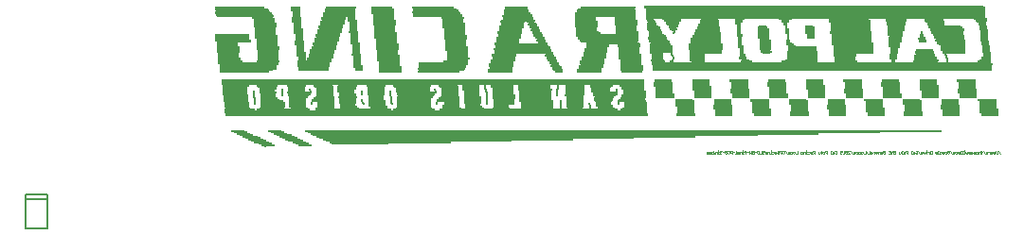
<source format=gbo>
G75*
%MOIN*%
%OFA0B0*%
%FSLAX24Y24*%
%IPPOS*%
%LPD*%
%AMOC8*
5,1,8,0,0,1.08239X$1,22.5*
%
%ADD10R,0.0100X0.0050*%
%ADD11R,0.0500X0.0050*%
%ADD12R,0.2000X0.0050*%
%ADD13R,0.4300X0.0050*%
%ADD14R,0.0550X0.0050*%
%ADD15R,0.6550X0.0050*%
%ADD16R,0.8800X0.0050*%
%ADD17R,1.1100X0.0050*%
%ADD18R,1.3350X0.0050*%
%ADD19R,1.5650X0.0050*%
%ADD20R,1.7900X0.0050*%
%ADD21R,2.0150X0.0050*%
%ADD22R,2.2400X0.0050*%
%ADD23R,0.0600X0.0050*%
%ADD24R,0.0650X0.0050*%
%ADD25R,1.4900X0.0050*%
%ADD26R,1.4850X0.0050*%
%ADD27R,0.0950X0.0050*%
%ADD28R,0.6250X0.0050*%
%ADD29R,0.1500X0.0050*%
%ADD30R,0.2700X0.0050*%
%ADD31R,0.1900X0.0050*%
%ADD32R,0.1050X0.0050*%
%ADD33R,0.0850X0.0050*%
%ADD34R,0.1150X0.0050*%
%ADD35R,0.1300X0.0050*%
%ADD36R,0.0900X0.0050*%
%ADD37R,0.0800X0.0050*%
%ADD38R,0.1200X0.0050*%
%ADD39R,0.0050X0.0050*%
%ADD40R,0.0750X0.0050*%
%ADD41R,0.1000X0.0050*%
%ADD42R,0.0700X0.0050*%
%ADD43R,0.1250X0.0050*%
%ADD44R,0.1350X0.0050*%
%ADD45R,0.1400X0.0050*%
%ADD46R,0.0300X0.0050*%
%ADD47R,0.1450X0.0050*%
%ADD48R,0.1750X0.0050*%
%ADD49R,1.1950X0.0050*%
%ADD50R,0.0350X0.0050*%
%ADD51R,0.1600X0.0050*%
%ADD52R,0.1650X0.0050*%
%ADD53R,0.1700X0.0050*%
%ADD54R,0.1100X0.0050*%
%ADD55R,0.2050X0.0050*%
%ADD56R,1.2000X0.0050*%
%ADD57R,0.2100X0.0050*%
%ADD58R,0.2150X0.0050*%
%ADD59R,0.0150X0.0050*%
%ADD60R,0.0400X0.0050*%
%ADD61R,0.0450X0.0050*%
%ADD62R,0.0250X0.0050*%
%ADD63R,0.0200X0.0050*%
%ADD64R,0.1950X0.0050*%
%ADD65R,0.1850X0.0050*%
%ADD66R,0.2200X0.0050*%
%ADD67R,0.1550X0.0050*%
%ADD68C,0.0010*%
%ADD69C,0.0050*%
D10*
X014075Y015469D03*
X013725Y016969D03*
X013725Y017019D03*
X013725Y017069D03*
X013725Y017119D03*
X013725Y017169D03*
X013675Y017269D03*
X013675Y017319D03*
X013675Y017369D03*
X013675Y017419D03*
X014675Y017419D03*
X014675Y017369D03*
X014675Y017319D03*
X014675Y017269D03*
X015675Y017419D03*
X015725Y017019D03*
X015725Y016969D03*
X017475Y017069D03*
X017525Y017019D03*
X017475Y017319D03*
X017475Y017369D03*
X017475Y017419D03*
X018475Y017419D03*
X018475Y017369D03*
X018475Y017319D03*
X018525Y017219D03*
X018525Y017169D03*
X018525Y017119D03*
X018525Y017069D03*
X018525Y017019D03*
X020075Y017419D03*
X020125Y017019D03*
X020125Y016969D03*
X021875Y017069D03*
X021875Y017119D03*
X021875Y017169D03*
X021875Y017219D03*
X021875Y017269D03*
X021875Y017319D03*
X021875Y017369D03*
X021825Y017519D03*
X021825Y017569D03*
X021825Y017619D03*
X024375Y017619D03*
X024375Y017569D03*
X024375Y017519D03*
X024475Y016969D03*
X024475Y016919D03*
X024475Y016869D03*
X024475Y016819D03*
X025525Y016819D03*
X025525Y016869D03*
X025525Y016919D03*
X026525Y016969D03*
X026525Y017019D03*
X028425Y018519D03*
X028425Y018669D03*
X028375Y018769D03*
X028475Y019519D03*
X032425Y019669D03*
X032425Y019719D03*
X032475Y019419D03*
X032475Y019369D03*
X032475Y019319D03*
X032475Y019269D03*
X038025Y018719D03*
D11*
X039375Y018469D03*
X036275Y019369D03*
X029325Y018469D03*
X027925Y018469D03*
X027825Y019469D03*
X027825Y019519D03*
X027775Y019569D03*
X028425Y019819D03*
X028425Y019869D03*
X015475Y015519D03*
X015375Y015569D03*
X015275Y015619D03*
X014625Y015919D03*
X014525Y015969D03*
X014425Y016019D03*
X014175Y015519D03*
X014075Y015569D03*
X013425Y015869D03*
X013325Y015919D03*
X013225Y015969D03*
X013125Y016019D03*
D12*
X013475Y018219D03*
X013375Y020069D03*
X013325Y020169D03*
X017425Y015569D03*
X023125Y018919D03*
D13*
X018475Y015619D03*
D14*
X018000Y017119D03*
X018000Y017169D03*
X018000Y017219D03*
X018000Y017269D03*
X017000Y016969D03*
X017000Y016919D03*
X016950Y017369D03*
X015050Y015719D03*
X015150Y015669D03*
X014950Y015769D03*
X014850Y015819D03*
X014750Y015869D03*
X013950Y015619D03*
X013850Y015669D03*
X013750Y015719D03*
X013650Y015769D03*
X013550Y015819D03*
X014200Y017219D03*
X014200Y017269D03*
X014200Y017319D03*
X014150Y017419D03*
X014150Y017469D03*
X020650Y017019D03*
X020650Y016969D03*
X021400Y016969D03*
X021400Y016919D03*
X021350Y017269D03*
X021350Y017319D03*
X021350Y017369D03*
X021350Y017419D03*
X022400Y016919D03*
X022400Y016869D03*
X025000Y016819D03*
X026000Y016969D03*
X026000Y017019D03*
X026050Y016869D03*
X027850Y019419D03*
X029300Y018719D03*
X029300Y018669D03*
X029300Y018619D03*
X029300Y018569D03*
X029300Y018519D03*
X036250Y019419D03*
X036250Y019469D03*
X036250Y019519D03*
D15*
X019500Y015669D03*
D16*
X020525Y015719D03*
D17*
X021525Y015769D03*
D18*
X022550Y015819D03*
D19*
X023600Y015869D03*
D20*
X024625Y015919D03*
D21*
X025650Y015969D03*
D22*
X026675Y016019D03*
D23*
X026075Y016819D03*
X026025Y016919D03*
X025975Y017069D03*
X024975Y017069D03*
X024975Y017019D03*
X024975Y016969D03*
X024975Y016919D03*
X024975Y016869D03*
X024975Y017119D03*
X024975Y017169D03*
X024975Y017219D03*
X022375Y016819D03*
X021425Y016869D03*
X021375Y017019D03*
X021375Y017069D03*
X021375Y017119D03*
X021375Y017169D03*
X021375Y017219D03*
X021325Y017469D03*
X021325Y017519D03*
X021325Y017569D03*
X021325Y017619D03*
X020575Y017519D03*
X020575Y017469D03*
X020575Y017419D03*
X020575Y017369D03*
X020575Y017319D03*
X020575Y017269D03*
X020625Y016919D03*
X020625Y016869D03*
X018075Y016869D03*
X018075Y016819D03*
X018025Y016919D03*
X018025Y016969D03*
X018025Y017019D03*
X018025Y017069D03*
X017975Y017319D03*
X017975Y017369D03*
X017975Y017419D03*
X017975Y017469D03*
X017975Y017519D03*
X017975Y017569D03*
X016975Y017319D03*
X016975Y017269D03*
X016975Y017169D03*
X016975Y017119D03*
X016975Y017069D03*
X016975Y017019D03*
X017025Y016869D03*
X016925Y017419D03*
X016925Y017469D03*
X016175Y017469D03*
X016175Y017419D03*
X016175Y017369D03*
X016175Y017319D03*
X016175Y017269D03*
X016175Y017519D03*
X016225Y017019D03*
X016225Y016969D03*
X016225Y016919D03*
X016225Y016869D03*
X015275Y016819D03*
X015225Y016869D03*
X015225Y016919D03*
X015225Y016969D03*
X015225Y017019D03*
X015225Y017069D03*
X015225Y017119D03*
X015225Y017169D03*
X015175Y017419D03*
X015175Y017469D03*
X015175Y017519D03*
X015175Y017569D03*
X014175Y017519D03*
X014175Y017369D03*
X014225Y017169D03*
X027875Y019369D03*
X028425Y019919D03*
X029725Y019969D03*
X029425Y017819D03*
X029425Y017769D03*
X029425Y017719D03*
X029425Y017669D03*
X029425Y017619D03*
X029475Y017419D03*
X029475Y017369D03*
X029475Y017319D03*
X029475Y017269D03*
X029475Y017219D03*
X030175Y017119D03*
X030175Y017069D03*
X030175Y017019D03*
X030175Y016969D03*
X030225Y016769D03*
X030225Y016719D03*
X030225Y016669D03*
X030225Y016619D03*
X030225Y016569D03*
X030825Y017219D03*
X030825Y017269D03*
X030825Y017319D03*
X030775Y017519D03*
X030775Y017569D03*
X030775Y017619D03*
X030775Y017669D03*
X030775Y017719D03*
X031525Y017019D03*
X031525Y016969D03*
X031525Y016919D03*
X031525Y016869D03*
X031525Y016819D03*
X031575Y016619D03*
X031575Y016569D03*
X032125Y017369D03*
X032125Y017419D03*
X032125Y017469D03*
X032125Y017519D03*
X032125Y017569D03*
X032075Y017769D03*
X032075Y017819D03*
X032825Y017119D03*
X032875Y016919D03*
X032875Y016869D03*
X032875Y016819D03*
X032875Y016769D03*
X032875Y016719D03*
X033475Y017219D03*
X033475Y017269D03*
X033475Y017319D03*
X033475Y017369D03*
X033475Y017419D03*
X033475Y017469D03*
X033425Y017669D03*
X033425Y017719D03*
X033425Y017769D03*
X033425Y017819D03*
X034175Y017119D03*
X034175Y017069D03*
X034175Y017019D03*
X034175Y016969D03*
X034225Y016769D03*
X034225Y016719D03*
X034225Y016669D03*
X034225Y016619D03*
X034225Y016569D03*
X034825Y017219D03*
X034825Y017269D03*
X034825Y017319D03*
X034775Y017519D03*
X034775Y017569D03*
X034775Y017619D03*
X034775Y017669D03*
X034775Y017719D03*
X035525Y017069D03*
X035525Y017019D03*
X035525Y016969D03*
X035525Y016919D03*
X035525Y016869D03*
X035575Y016669D03*
X035575Y016619D03*
X035575Y016569D03*
X036125Y017369D03*
X036125Y017419D03*
X036125Y017469D03*
X036125Y017519D03*
X036125Y017569D03*
X036075Y017769D03*
X036075Y017819D03*
X036825Y017119D03*
X036875Y016919D03*
X036875Y016869D03*
X036875Y016819D03*
X036875Y016769D03*
X036875Y016719D03*
X037475Y017219D03*
X037475Y017269D03*
X037475Y017319D03*
X037475Y017369D03*
X037475Y017419D03*
X037425Y017669D03*
X037425Y017719D03*
X037425Y017769D03*
X037425Y017819D03*
X038175Y017119D03*
X038175Y017069D03*
X038175Y017019D03*
X038175Y016969D03*
X038225Y016769D03*
X038225Y016719D03*
X038225Y016669D03*
X038225Y016619D03*
X038225Y016569D03*
X038825Y017219D03*
X038825Y017269D03*
X038825Y017319D03*
X038775Y017519D03*
X038775Y017569D03*
X038775Y017619D03*
X038775Y017669D03*
X038775Y017719D03*
X039525Y017069D03*
X039525Y017019D03*
X039525Y016969D03*
X039525Y016919D03*
X039525Y016869D03*
X039525Y016819D03*
X039575Y016619D03*
X039575Y016569D03*
X037275Y018869D03*
X037675Y019769D03*
X037675Y019819D03*
X036275Y019719D03*
X036275Y019669D03*
X036275Y019619D03*
X036275Y019569D03*
X028825Y017119D03*
X028875Y016869D03*
X028875Y016819D03*
X028875Y016769D03*
X028875Y016719D03*
X028875Y016669D03*
X028125Y017369D03*
X028125Y017419D03*
X028125Y017469D03*
X028125Y017519D03*
X028125Y017569D03*
X028075Y017769D03*
X028075Y017819D03*
D24*
X028100Y017719D03*
X028100Y017669D03*
X028100Y017619D03*
X028150Y017319D03*
X028150Y017269D03*
X028150Y017219D03*
X028850Y017069D03*
X028850Y017019D03*
X028850Y016969D03*
X028850Y016919D03*
X028900Y016619D03*
X028900Y016569D03*
X029450Y017469D03*
X029450Y017519D03*
X029450Y017569D03*
X030200Y016919D03*
X030200Y016869D03*
X030200Y016819D03*
X030800Y017369D03*
X030800Y017419D03*
X030800Y017469D03*
X030750Y017769D03*
X030750Y017819D03*
X031500Y017119D03*
X031500Y017069D03*
X031550Y016769D03*
X031550Y016719D03*
X031550Y016669D03*
X032150Y017219D03*
X032150Y017269D03*
X032150Y017319D03*
X032100Y017619D03*
X032100Y017669D03*
X032100Y017719D03*
X032850Y017069D03*
X032850Y017019D03*
X032850Y016969D03*
X032900Y016669D03*
X032900Y016619D03*
X032900Y016569D03*
X033450Y017519D03*
X033450Y017569D03*
X033450Y017619D03*
X034200Y016919D03*
X034200Y016869D03*
X034200Y016819D03*
X034800Y017369D03*
X034800Y017419D03*
X034800Y017469D03*
X034750Y017769D03*
X034750Y017819D03*
X035500Y017119D03*
X035550Y016819D03*
X035550Y016769D03*
X035550Y016719D03*
X036150Y017219D03*
X036150Y017269D03*
X036150Y017319D03*
X036100Y017619D03*
X036100Y017669D03*
X036100Y017719D03*
X036850Y017069D03*
X036850Y017019D03*
X036850Y016969D03*
X036900Y016669D03*
X036900Y016619D03*
X036900Y016569D03*
X037450Y017469D03*
X037450Y017519D03*
X037450Y017569D03*
X037450Y017619D03*
X038200Y016919D03*
X038200Y016869D03*
X038200Y016819D03*
X038800Y017369D03*
X038800Y017419D03*
X038800Y017469D03*
X038750Y017769D03*
X038750Y017819D03*
X039500Y017119D03*
X039550Y016769D03*
X039550Y016719D03*
X039550Y016669D03*
X037300Y018769D03*
X037300Y018819D03*
X037650Y019869D03*
X036300Y019769D03*
X028400Y019969D03*
X027900Y019319D03*
X027900Y019269D03*
X025900Y017519D03*
X025900Y017469D03*
X025900Y017419D03*
X026000Y017169D03*
X026000Y017119D03*
X024950Y017269D03*
X021450Y016819D03*
X020650Y016819D03*
X020550Y017569D03*
X018000Y017619D03*
X016950Y017569D03*
X016950Y017519D03*
X017000Y017219D03*
X017050Y016819D03*
X016200Y016819D03*
X016150Y017569D03*
X015200Y017619D03*
X015250Y017219D03*
X014250Y017119D03*
X014150Y017569D03*
D25*
X019975Y017719D03*
X019975Y017769D03*
X019975Y017819D03*
X020125Y016619D03*
X020125Y016569D03*
D26*
X020100Y016669D03*
X020100Y016719D03*
X020000Y017669D03*
D27*
X022950Y020169D03*
X027000Y017119D03*
X027050Y016769D03*
X029650Y019419D03*
X029650Y019469D03*
X038250Y019069D03*
X013050Y017619D03*
D28*
X023350Y016769D03*
D29*
X019325Y016769D03*
D30*
X017175Y016769D03*
D31*
X014725Y016769D03*
X013425Y018169D03*
X013275Y020269D03*
X023125Y019019D03*
X026325Y019119D03*
D32*
X029600Y019219D03*
X029600Y019269D03*
X033000Y018819D03*
X033000Y018769D03*
X033000Y018719D03*
X033000Y018669D03*
X038150Y019319D03*
X038150Y019369D03*
X038200Y019219D03*
X022950Y020069D03*
X016750Y020369D03*
X015800Y018219D03*
X015800Y018169D03*
X013200Y016769D03*
D33*
X013100Y016869D03*
X013100Y016919D03*
X013050Y017069D03*
X013050Y017119D03*
X013050Y017169D03*
X013050Y017219D03*
X013050Y017269D03*
X014350Y017019D03*
X014350Y016969D03*
X014350Y016919D03*
X014350Y016869D03*
X015300Y017369D03*
X016000Y018519D03*
X016000Y018569D03*
X016050Y018619D03*
X016050Y018669D03*
X016050Y018719D03*
X016100Y018769D03*
X016100Y018819D03*
X016100Y018869D03*
X016150Y018919D03*
X016150Y018969D03*
X016200Y019069D03*
X016200Y019119D03*
X016250Y019219D03*
X016250Y019269D03*
X016300Y019369D03*
X016300Y019419D03*
X016350Y019519D03*
X016350Y019569D03*
X016400Y019669D03*
X016400Y019719D03*
X016450Y019819D03*
X016450Y019869D03*
X016500Y019969D03*
X016500Y020019D03*
X012850Y018469D03*
X020800Y018469D03*
X022350Y018169D03*
X022350Y018119D03*
X022400Y018319D03*
X022400Y018369D03*
X022450Y018519D03*
X022500Y018669D03*
X022500Y018719D03*
X022600Y019119D03*
X022650Y019319D03*
X022700Y019469D03*
X022700Y019519D03*
X022750Y019669D03*
X022750Y019719D03*
X022800Y019869D03*
X025450Y019469D03*
X025650Y018619D03*
X025600Y018469D03*
X025600Y018419D03*
X025550Y018319D03*
X025550Y018269D03*
X025500Y018169D03*
X025500Y018119D03*
X026050Y017369D03*
X026050Y017319D03*
X027000Y017619D03*
X027050Y017269D03*
X027050Y017219D03*
X027100Y016819D03*
X029650Y019519D03*
X029650Y019569D03*
X037350Y018519D03*
X038300Y018869D03*
X038300Y018919D03*
D34*
X038100Y019469D03*
X038100Y019519D03*
X038000Y019719D03*
X032950Y018519D03*
X029600Y018769D03*
X029600Y018819D03*
X029600Y018869D03*
X023600Y017419D03*
X023600Y017369D03*
X023600Y017319D03*
X023600Y017269D03*
X023600Y017219D03*
X023600Y017169D03*
X023600Y017119D03*
X023650Y017019D03*
X023650Y016969D03*
X023650Y016919D03*
X023650Y016869D03*
X023650Y016819D03*
X023550Y017519D03*
X023550Y017569D03*
X023550Y017619D03*
X016700Y020069D03*
X016700Y020119D03*
X016700Y020169D03*
X015800Y018419D03*
X015800Y018369D03*
X015800Y018319D03*
D35*
X019375Y017269D03*
X019325Y016819D03*
D36*
X022925Y020219D03*
X022925Y020269D03*
X027025Y017169D03*
X037325Y018469D03*
X038275Y018969D03*
X038275Y019019D03*
X014325Y016819D03*
X013125Y016819D03*
X013075Y016969D03*
X013075Y017019D03*
X013025Y017319D03*
X013025Y017369D03*
X013025Y017419D03*
X013025Y017469D03*
X013025Y017519D03*
X013025Y017569D03*
D37*
X014325Y017069D03*
X015275Y017319D03*
X016125Y017119D03*
X016125Y017069D03*
X014175Y018469D03*
X014175Y018919D03*
X014175Y018969D03*
X014125Y019319D03*
X014125Y019369D03*
X014075Y019719D03*
X014075Y019769D03*
X014075Y019819D03*
X012775Y018969D03*
X012775Y018919D03*
X012775Y018869D03*
X012775Y018819D03*
X012825Y018569D03*
X012825Y018519D03*
X016175Y019019D03*
X016225Y019169D03*
X016275Y019319D03*
X016325Y019469D03*
X016375Y019619D03*
X016425Y019769D03*
X016475Y019919D03*
X018225Y020169D03*
X018225Y020219D03*
X018225Y020269D03*
X018225Y020319D03*
X018275Y019919D03*
X018275Y019869D03*
X018275Y019819D03*
X018275Y019769D03*
X018325Y019469D03*
X018325Y019419D03*
X018325Y019369D03*
X018325Y019319D03*
X018375Y019069D03*
X018375Y019019D03*
X018375Y018969D03*
X018375Y018919D03*
X018425Y018669D03*
X018425Y018619D03*
X018425Y018569D03*
X018425Y018519D03*
X018475Y018269D03*
X018475Y018219D03*
X018475Y018169D03*
X018475Y018119D03*
X020525Y017119D03*
X020525Y017069D03*
X020875Y018569D03*
X020825Y018869D03*
X020825Y018919D03*
X020825Y018969D03*
X020775Y019269D03*
X020775Y019319D03*
X020775Y019369D03*
X020725Y019669D03*
X020725Y019719D03*
X020725Y019769D03*
X020725Y019819D03*
X020675Y020019D03*
X022675Y019419D03*
X022675Y019369D03*
X022625Y019269D03*
X022625Y019219D03*
X022625Y019169D03*
X022725Y019569D03*
X022725Y019619D03*
X022775Y019769D03*
X022775Y019819D03*
X022925Y020319D03*
X022925Y020369D03*
X022475Y018619D03*
X022475Y018569D03*
X022425Y018469D03*
X022425Y018419D03*
X022375Y018269D03*
X022375Y018219D03*
X022425Y017619D03*
X022425Y017569D03*
X022475Y017269D03*
X022475Y017219D03*
X022475Y017169D03*
X025525Y018219D03*
X025575Y018369D03*
X025625Y018519D03*
X025625Y018569D03*
X025675Y018669D03*
X025675Y018719D03*
X025675Y018769D03*
X025725Y018819D03*
X025725Y018869D03*
X025725Y018919D03*
X025775Y019019D03*
X025775Y019069D03*
X025425Y019519D03*
X025375Y019719D03*
X025375Y019769D03*
X025375Y019819D03*
X025375Y019869D03*
X026775Y019869D03*
X026775Y019819D03*
X026775Y019769D03*
X026775Y019919D03*
X026825Y019519D03*
X026825Y019469D03*
X026875Y019069D03*
X026875Y019019D03*
X026925Y018719D03*
X026925Y018669D03*
X026925Y018619D03*
X026925Y018569D03*
X026975Y018319D03*
X026975Y018269D03*
X026975Y018219D03*
X026975Y018169D03*
X027025Y017569D03*
X027025Y017519D03*
X027075Y017419D03*
X027075Y017369D03*
X027075Y017319D03*
X027125Y017019D03*
X027125Y016969D03*
X027125Y016919D03*
X027125Y016869D03*
X026025Y017269D03*
X025925Y017619D03*
X028025Y018819D03*
X028025Y018869D03*
X028025Y018919D03*
X028025Y018969D03*
X028025Y019019D03*
X029675Y019619D03*
X029675Y019669D03*
X034475Y018719D03*
X034475Y018669D03*
X034525Y018469D03*
X037325Y018569D03*
X037325Y018619D03*
X038325Y018769D03*
X038325Y018819D03*
D38*
X038075Y019569D03*
X038075Y019619D03*
X038025Y019669D03*
X029575Y019069D03*
X029575Y019019D03*
X029575Y018969D03*
X029575Y018919D03*
X023575Y017469D03*
X023625Y017069D03*
X022975Y019919D03*
X019275Y017519D03*
X019275Y017469D03*
X019275Y017419D03*
X019325Y017169D03*
X019325Y017119D03*
X019325Y017069D03*
X019325Y017019D03*
X019325Y016969D03*
X019325Y016919D03*
X019325Y016869D03*
X015825Y018469D03*
X012975Y019169D03*
X012925Y019269D03*
X012925Y019319D03*
X012925Y019369D03*
X012925Y019419D03*
D39*
X014700Y017469D03*
X015650Y017469D03*
X017500Y017119D03*
X017550Y016969D03*
X018500Y017269D03*
X018550Y016969D03*
X020050Y017469D03*
X021850Y017469D03*
X021850Y017419D03*
X021900Y017019D03*
X021900Y016969D03*
X024350Y017269D03*
X024350Y017319D03*
X024350Y017369D03*
X024350Y017419D03*
X024350Y017469D03*
X024500Y017069D03*
X024500Y017019D03*
X025500Y016969D03*
X026450Y017419D03*
X026450Y017469D03*
X028450Y018569D03*
X028450Y018619D03*
X028400Y018719D03*
X028450Y019469D03*
X037200Y019469D03*
X037200Y019519D03*
X038050Y018669D03*
X038050Y018619D03*
X038100Y018569D03*
X038100Y018519D03*
X038100Y018469D03*
X013700Y017219D03*
D40*
X014150Y017619D03*
X015250Y017269D03*
X016150Y017169D03*
X014200Y018519D03*
X014200Y018569D03*
X014200Y018619D03*
X014200Y018669D03*
X014200Y018719D03*
X014200Y018769D03*
X014200Y018819D03*
X014200Y018869D03*
X014150Y019019D03*
X014150Y019069D03*
X014150Y019119D03*
X014150Y019169D03*
X014150Y019219D03*
X014150Y019269D03*
X014100Y019419D03*
X014100Y019469D03*
X014100Y019519D03*
X014100Y019569D03*
X014100Y019619D03*
X014100Y019669D03*
X014050Y019869D03*
X014050Y019919D03*
X014050Y019969D03*
X014000Y020019D03*
X012750Y019119D03*
X012750Y019069D03*
X012750Y019019D03*
X012800Y018769D03*
X012800Y018719D03*
X012800Y018669D03*
X012800Y018619D03*
X018350Y019119D03*
X018350Y019169D03*
X018350Y019219D03*
X018350Y019269D03*
X018300Y019519D03*
X018300Y019569D03*
X018300Y019619D03*
X018300Y019669D03*
X018300Y019719D03*
X018250Y019969D03*
X018250Y020019D03*
X018250Y020069D03*
X018250Y020119D03*
X018200Y020369D03*
X018400Y018869D03*
X018400Y018819D03*
X018400Y018769D03*
X018400Y018719D03*
X018450Y018469D03*
X018450Y018419D03*
X018450Y018369D03*
X018450Y018319D03*
X020550Y017169D03*
X020850Y018519D03*
X020850Y018619D03*
X020850Y018669D03*
X020850Y018719D03*
X020850Y018769D03*
X020850Y018819D03*
X020800Y019019D03*
X020800Y019069D03*
X020800Y019119D03*
X020800Y019169D03*
X020800Y019219D03*
X020750Y019419D03*
X020750Y019469D03*
X020750Y019519D03*
X020750Y019569D03*
X020750Y019619D03*
X020700Y019869D03*
X020700Y019919D03*
X020700Y019969D03*
X022450Y017519D03*
X022450Y017469D03*
X022450Y017419D03*
X022450Y017369D03*
X022450Y017319D03*
X022500Y017119D03*
X022500Y017069D03*
X022500Y017019D03*
X022500Y016969D03*
X025750Y018969D03*
X025400Y019569D03*
X025400Y019619D03*
X025400Y019669D03*
X025350Y019919D03*
X025350Y019969D03*
X025350Y020019D03*
X026750Y020019D03*
X026750Y019969D03*
X026800Y019719D03*
X026800Y019669D03*
X026800Y019619D03*
X026800Y019569D03*
X026900Y018969D03*
X026900Y018919D03*
X026900Y018869D03*
X026900Y018819D03*
X026900Y018769D03*
X026950Y018519D03*
X026950Y018469D03*
X026950Y018419D03*
X026950Y018369D03*
X027000Y018119D03*
X027050Y017469D03*
X025900Y017569D03*
X028000Y019069D03*
X027950Y019169D03*
X029700Y019719D03*
X029700Y019769D03*
X034500Y018619D03*
X034500Y018569D03*
X034500Y018519D03*
X036300Y019919D03*
X036300Y019969D03*
X037300Y018669D03*
D41*
X038225Y019119D03*
X038225Y019169D03*
X038175Y019269D03*
X032975Y018969D03*
X032975Y018919D03*
X032975Y018869D03*
X029625Y019319D03*
X029625Y019369D03*
X026975Y017069D03*
X022975Y020119D03*
D42*
X024975Y017619D03*
X024975Y017569D03*
X024975Y017519D03*
X024975Y017469D03*
X024975Y017419D03*
X024975Y017369D03*
X024975Y017319D03*
X026025Y017219D03*
X027975Y019119D03*
X027925Y019219D03*
X029725Y019819D03*
X029725Y019869D03*
X029725Y019919D03*
X036275Y019869D03*
X036275Y019819D03*
X037625Y019919D03*
X037625Y019969D03*
X037325Y018719D03*
X020575Y017219D03*
X020525Y017619D03*
X016975Y017619D03*
X016125Y017619D03*
X016175Y017219D03*
D43*
X019250Y017569D03*
X019350Y017219D03*
X012950Y019219D03*
X032900Y018469D03*
D44*
X019400Y017319D03*
X019250Y017619D03*
D45*
X019425Y017369D03*
X034725Y019169D03*
X034725Y019219D03*
X034725Y019269D03*
X034725Y019319D03*
X034725Y019369D03*
X034725Y019419D03*
X034675Y019569D03*
X034675Y019619D03*
X034675Y019669D03*
X034675Y019719D03*
X034675Y019769D03*
X034675Y019819D03*
X034625Y019969D03*
X034775Y019019D03*
X034775Y018969D03*
X034775Y018919D03*
X034775Y018869D03*
X034775Y018819D03*
X034775Y018769D03*
D46*
X036225Y018769D03*
X036225Y018819D03*
X036225Y018869D03*
X036225Y018919D03*
X037225Y019169D03*
X037225Y019219D03*
X039375Y019469D03*
X039375Y019519D03*
X039375Y019569D03*
X039325Y019769D03*
X039325Y019819D03*
X039425Y019169D03*
X039425Y019119D03*
X039425Y019069D03*
X039475Y018769D03*
X039475Y018719D03*
X039475Y018669D03*
X033275Y019319D03*
X033275Y019369D03*
X033275Y019419D03*
X033225Y019719D03*
X032375Y019919D03*
X031575Y019719D03*
X032625Y019019D03*
X031725Y018769D03*
X030975Y018519D03*
X028425Y019669D03*
X027675Y019869D03*
X027625Y019969D03*
X024425Y018119D03*
X024275Y018369D03*
X024225Y018469D03*
X024075Y018719D03*
X023825Y019169D03*
X023775Y019269D03*
X023625Y019519D03*
X023575Y019619D03*
X023525Y019719D03*
X023475Y019819D03*
X023425Y019869D03*
X017275Y019069D03*
X017275Y019019D03*
X017275Y018969D03*
X017275Y018919D03*
X017275Y018869D03*
X017275Y018819D03*
X017275Y018769D03*
X017325Y018669D03*
X017325Y018619D03*
X017325Y018569D03*
X017325Y018519D03*
X017325Y018469D03*
X017325Y018419D03*
X017325Y018369D03*
X017375Y018219D03*
X017375Y018169D03*
X017225Y019169D03*
X017225Y019219D03*
X017225Y019269D03*
X017225Y019319D03*
X017225Y019369D03*
X017225Y019419D03*
X017225Y019469D03*
X017175Y019569D03*
X017175Y019619D03*
X017175Y019669D03*
X017175Y019719D03*
X017175Y019769D03*
X017175Y019819D03*
X017175Y019869D03*
X017125Y019969D03*
X017125Y020019D03*
X015225Y019819D03*
X015225Y019769D03*
X015225Y019719D03*
X015225Y019669D03*
X015275Y019419D03*
X015275Y019369D03*
X015275Y019319D03*
X015275Y019269D03*
X015275Y019219D03*
X015325Y019019D03*
X015325Y018969D03*
X015325Y018919D03*
X015325Y018869D03*
X015325Y018819D03*
X015375Y018619D03*
X015375Y018569D03*
X015375Y018519D03*
X015175Y020069D03*
X015175Y020119D03*
X015175Y020169D03*
X015175Y020219D03*
D47*
X020000Y020369D03*
X020200Y018119D03*
X034650Y019869D03*
X034650Y019919D03*
X034700Y019519D03*
X034700Y019469D03*
X034750Y019119D03*
X034750Y019069D03*
D48*
X020350Y018419D03*
X020350Y018369D03*
X020150Y020069D03*
X020150Y020119D03*
X013200Y020369D03*
X013350Y018119D03*
D49*
X033400Y020419D03*
X033450Y020319D03*
X033450Y020269D03*
X033450Y020219D03*
X033450Y020169D03*
X033450Y020119D03*
X033450Y020069D03*
X033450Y020019D03*
X033650Y018419D03*
X033700Y018319D03*
X033700Y018269D03*
X033700Y018219D03*
X033700Y018169D03*
D50*
X033250Y019469D03*
X033250Y019519D03*
X033250Y019569D03*
X033250Y019619D03*
X033250Y019669D03*
X031650Y019269D03*
X031700Y018869D03*
X031600Y019669D03*
X030800Y019969D03*
X028450Y019719D03*
X027700Y019769D03*
X027700Y019819D03*
X024400Y018169D03*
X024350Y018219D03*
X024350Y018269D03*
X024300Y018319D03*
X024250Y018419D03*
X024200Y018519D03*
X024150Y018569D03*
X024150Y018619D03*
X024100Y018669D03*
X023850Y019119D03*
X023800Y019219D03*
X023750Y019319D03*
X023700Y019369D03*
X023700Y019419D03*
X023650Y019469D03*
X023600Y019569D03*
X023550Y019669D03*
X023500Y019769D03*
X017250Y019119D03*
X017300Y018719D03*
X017350Y018319D03*
X017350Y018269D03*
X017200Y019519D03*
X017150Y019919D03*
X015250Y019619D03*
X015250Y019569D03*
X015250Y019519D03*
X015250Y019469D03*
X015300Y019169D03*
X015300Y019119D03*
X015300Y019069D03*
X015350Y018769D03*
X015350Y018719D03*
X015350Y018669D03*
X015200Y019869D03*
X015200Y019919D03*
X015200Y019969D03*
X015200Y020019D03*
X015150Y020269D03*
X015150Y020319D03*
X015150Y020369D03*
X036250Y018969D03*
X039300Y019869D03*
X039450Y018619D03*
X039450Y018569D03*
D51*
X020275Y018169D03*
X020075Y020269D03*
D52*
X020100Y020219D03*
X020300Y018219D03*
D53*
X020325Y018269D03*
X020325Y018319D03*
X020125Y020169D03*
D54*
X022975Y020019D03*
X022975Y019969D03*
X016725Y020219D03*
X016725Y020269D03*
X016725Y020319D03*
X015775Y018269D03*
X029575Y019119D03*
X029575Y019169D03*
X032975Y018619D03*
X032975Y018569D03*
X038125Y019419D03*
D55*
X026200Y019169D03*
X026100Y020319D03*
X023150Y018869D03*
X023150Y018819D03*
X013500Y018319D03*
X013500Y018269D03*
X013350Y020119D03*
D56*
X033425Y020369D03*
X033675Y018369D03*
D57*
X026175Y019219D03*
X026075Y020219D03*
X026075Y020269D03*
X023175Y018769D03*
X013525Y018369D03*
D58*
X013500Y018419D03*
X026050Y020069D03*
X026050Y020119D03*
X026050Y020169D03*
X026150Y019319D03*
X026150Y019269D03*
D59*
X028450Y019569D03*
X028400Y018469D03*
X030850Y018769D03*
X030850Y018819D03*
X030850Y018869D03*
X030850Y018919D03*
X030800Y019069D03*
X030800Y019119D03*
X030800Y019169D03*
X030800Y019219D03*
X030800Y019269D03*
X030800Y019319D03*
X030750Y019469D03*
X030750Y019519D03*
X030750Y019569D03*
X030750Y019619D03*
X030750Y019669D03*
X030750Y019719D03*
X030750Y019769D03*
X032400Y019769D03*
X032400Y019819D03*
X032450Y019619D03*
X032450Y019569D03*
X032450Y019519D03*
X032450Y019469D03*
X032500Y019219D03*
X032500Y019169D03*
X036200Y018519D03*
X036200Y018469D03*
X037200Y019369D03*
X037200Y019419D03*
D60*
X036225Y019119D03*
X036225Y019069D03*
X036225Y019019D03*
X039275Y019919D03*
X039425Y018519D03*
X031725Y018819D03*
X031675Y018919D03*
X031675Y018969D03*
X031675Y019019D03*
X031675Y019069D03*
X031675Y019119D03*
X031675Y019169D03*
X031675Y019219D03*
X031625Y019319D03*
X031625Y019369D03*
X031625Y019419D03*
X031625Y019469D03*
X031625Y019519D03*
X031625Y019569D03*
X031625Y019619D03*
X031025Y018469D03*
X028425Y019769D03*
X027725Y019719D03*
X027875Y018719D03*
X027875Y018669D03*
X027875Y018619D03*
X027875Y018569D03*
D61*
X027900Y018519D03*
X027850Y018769D03*
X027750Y019619D03*
X027750Y019669D03*
X032400Y019969D03*
X036250Y019319D03*
X036250Y019269D03*
X036250Y019219D03*
X036250Y019169D03*
X039250Y019969D03*
D62*
X039350Y019719D03*
X039350Y019669D03*
X039350Y019619D03*
X039400Y019419D03*
X039400Y019369D03*
X039400Y019319D03*
X039400Y019269D03*
X039400Y019219D03*
X039450Y019019D03*
X039450Y018969D03*
X039450Y018919D03*
X039450Y018869D03*
X039450Y018819D03*
X037200Y019269D03*
X036200Y018719D03*
X036200Y018669D03*
X036200Y018619D03*
X036200Y018569D03*
X032550Y019069D03*
X032400Y019869D03*
X030750Y019869D03*
X030750Y019919D03*
X030900Y018619D03*
X030900Y018569D03*
X028450Y019619D03*
X027650Y019919D03*
D63*
X030725Y019819D03*
X030775Y019419D03*
X030775Y019369D03*
X030825Y019019D03*
X030825Y018969D03*
X030875Y018719D03*
X030875Y018669D03*
X032525Y019119D03*
X037225Y019319D03*
D64*
X026150Y020369D03*
X023150Y018969D03*
X013300Y020219D03*
D65*
X013250Y020319D03*
X023100Y019069D03*
D66*
X026125Y019369D03*
X026125Y019419D03*
D67*
X020050Y020319D03*
D68*
X029603Y015269D02*
X029603Y015239D01*
X029618Y015224D01*
X029663Y015224D01*
X029663Y015194D02*
X029663Y015284D01*
X029618Y015284D01*
X029603Y015269D01*
X029695Y015269D02*
X029695Y015224D01*
X029725Y015224D02*
X029725Y015269D01*
X029710Y015284D01*
X029695Y015269D01*
X029725Y015269D02*
X029740Y015284D01*
X029755Y015284D01*
X029755Y015224D01*
X029787Y015239D02*
X029787Y015269D01*
X029802Y015284D01*
X029847Y015284D01*
X029847Y015314D02*
X029847Y015224D01*
X029802Y015224D01*
X029787Y015239D01*
X029878Y015239D02*
X029878Y015224D01*
X029893Y015224D01*
X029893Y015239D01*
X029878Y015239D01*
X029925Y015224D02*
X029925Y015269D01*
X029940Y015284D01*
X029985Y015284D01*
X029985Y015224D01*
X030017Y015224D02*
X030047Y015224D01*
X030032Y015224D02*
X030032Y015284D01*
X030047Y015284D01*
X030079Y015284D02*
X030094Y015269D01*
X030079Y015254D01*
X030079Y015239D01*
X030094Y015224D01*
X030124Y015224D01*
X030139Y015239D01*
X030109Y015269D02*
X030094Y015269D01*
X030079Y015284D02*
X030079Y015299D01*
X030094Y015314D01*
X030124Y015314D01*
X030139Y015299D01*
X030171Y015269D02*
X030231Y015269D01*
X030263Y015254D02*
X030263Y015239D01*
X030278Y015224D01*
X030323Y015224D01*
X030323Y015314D01*
X030278Y015314D01*
X030263Y015299D01*
X030263Y015284D01*
X030278Y015269D01*
X030323Y015269D01*
X030355Y015239D02*
X030370Y015224D01*
X030400Y015224D01*
X030415Y015239D01*
X030415Y015299D01*
X030400Y015314D01*
X030370Y015314D01*
X030355Y015299D01*
X030278Y015269D02*
X030263Y015254D01*
X030447Y015269D02*
X030462Y015254D01*
X030507Y015254D01*
X030507Y015224D02*
X030507Y015314D01*
X030462Y015314D01*
X030447Y015299D01*
X030447Y015269D01*
X030539Y015269D02*
X030599Y015269D01*
X030630Y015224D02*
X030660Y015224D01*
X030645Y015224D02*
X030645Y015314D01*
X030660Y015314D01*
X030692Y015269D02*
X030692Y015224D01*
X030738Y015224D01*
X030753Y015239D01*
X030738Y015254D01*
X030692Y015254D01*
X030692Y015269D02*
X030708Y015284D01*
X030738Y015284D01*
X030785Y015269D02*
X030785Y015224D01*
X030785Y015269D02*
X030800Y015284D01*
X030845Y015284D01*
X030845Y015224D01*
X030876Y015224D02*
X030906Y015224D01*
X030891Y015224D02*
X030891Y015284D01*
X030906Y015284D01*
X030891Y015314D02*
X030891Y015329D01*
X030938Y015314D02*
X030998Y015314D01*
X030998Y015224D01*
X030998Y015269D02*
X030968Y015269D01*
X031030Y015269D02*
X031090Y015269D01*
X031122Y015224D02*
X031122Y015314D01*
X031182Y015314D02*
X031182Y015224D01*
X031152Y015254D01*
X031122Y015224D01*
X031214Y015239D02*
X031229Y015224D01*
X031274Y015224D01*
X031274Y015314D01*
X031229Y015314D01*
X031214Y015299D01*
X031214Y015284D01*
X031229Y015269D01*
X031274Y015269D01*
X031306Y015269D02*
X031366Y015269D01*
X031398Y015239D02*
X031398Y015299D01*
X031413Y015314D01*
X031443Y015314D01*
X031458Y015299D01*
X031458Y015239D01*
X031443Y015224D01*
X031413Y015224D01*
X031398Y015239D01*
X031491Y015224D02*
X031551Y015224D01*
X031551Y015314D01*
X031583Y015299D02*
X031598Y015314D01*
X031628Y015314D01*
X031643Y015299D01*
X031643Y015284D01*
X031628Y015269D01*
X031598Y015269D01*
X031583Y015254D01*
X031583Y015239D01*
X031598Y015224D01*
X031628Y015224D01*
X031643Y015239D01*
X031675Y015224D02*
X031720Y015224D01*
X031735Y015239D01*
X031735Y015269D01*
X031720Y015284D01*
X031675Y015284D01*
X031675Y015209D01*
X031690Y015194D01*
X031705Y015194D01*
X031767Y015224D02*
X031767Y015269D01*
X031782Y015284D01*
X031827Y015284D01*
X031827Y015224D01*
X031858Y015224D02*
X031888Y015224D01*
X031873Y015224D02*
X031873Y015284D01*
X031888Y015284D01*
X031920Y015284D02*
X031965Y015284D01*
X031980Y015269D01*
X031980Y015239D01*
X031965Y015224D01*
X031920Y015224D01*
X032012Y015224D02*
X032057Y015224D01*
X032072Y015239D01*
X032057Y015254D01*
X032012Y015254D01*
X032012Y015269D02*
X032012Y015224D01*
X032012Y015269D02*
X032027Y015284D01*
X032057Y015284D01*
X032104Y015269D02*
X032119Y015254D01*
X032164Y015254D01*
X032134Y015254D02*
X032104Y015224D01*
X032104Y015269D02*
X032104Y015299D01*
X032119Y015314D01*
X032164Y015314D01*
X032164Y015224D01*
X032196Y015269D02*
X032211Y015254D01*
X032256Y015254D01*
X032256Y015224D02*
X032256Y015314D01*
X032211Y015314D01*
X032196Y015299D01*
X032196Y015269D01*
X032289Y015239D02*
X032304Y015224D01*
X032334Y015224D01*
X032349Y015239D01*
X032349Y015299D01*
X032334Y015314D01*
X032304Y015314D01*
X032289Y015299D01*
X032381Y015314D02*
X032441Y015224D01*
X032473Y015239D02*
X032473Y015269D01*
X032488Y015284D01*
X032518Y015284D01*
X032533Y015269D01*
X032533Y015239D01*
X032518Y015224D01*
X032488Y015224D01*
X032473Y015239D01*
X032565Y015224D02*
X032610Y015224D01*
X032625Y015239D01*
X032625Y015269D01*
X032610Y015284D01*
X032565Y015284D01*
X032565Y015209D01*
X032580Y015194D01*
X032595Y015194D01*
X032657Y015239D02*
X032657Y015269D01*
X032672Y015284D01*
X032702Y015284D01*
X032717Y015269D01*
X032717Y015239D01*
X032702Y015224D01*
X032672Y015224D01*
X032657Y015239D01*
X032749Y015224D02*
X032809Y015224D01*
X032809Y015314D01*
X032933Y015284D02*
X032978Y015284D01*
X032993Y015269D01*
X032993Y015239D01*
X032978Y015224D01*
X032933Y015224D01*
X032933Y015209D02*
X032933Y015284D01*
X032933Y015209D02*
X032948Y015194D01*
X032963Y015194D01*
X033025Y015224D02*
X033025Y015269D01*
X033040Y015284D01*
X033085Y015284D01*
X033085Y015224D01*
X033117Y015224D02*
X033147Y015224D01*
X033132Y015224D02*
X033132Y015284D01*
X033147Y015284D01*
X033179Y015284D02*
X033224Y015284D01*
X033239Y015269D01*
X033239Y015239D01*
X033224Y015224D01*
X033179Y015224D01*
X033271Y015224D02*
X033316Y015224D01*
X033331Y015239D01*
X033316Y015254D01*
X033271Y015254D01*
X033271Y015269D02*
X033271Y015224D01*
X033271Y015269D02*
X033286Y015284D01*
X033316Y015284D01*
X033363Y015269D02*
X033378Y015254D01*
X033423Y015254D01*
X033423Y015224D02*
X033423Y015314D01*
X033378Y015314D01*
X033363Y015299D01*
X033363Y015269D01*
X033393Y015254D02*
X033363Y015224D01*
X033547Y015224D02*
X033592Y015224D01*
X033607Y015239D01*
X033607Y015284D01*
X033653Y015314D02*
X033653Y015224D01*
X033668Y015224D02*
X033638Y015224D01*
X033700Y015239D02*
X033700Y015269D01*
X033715Y015284D01*
X033745Y015284D01*
X033760Y015269D01*
X033760Y015239D01*
X033745Y015224D01*
X033715Y015224D01*
X033700Y015239D01*
X033668Y015314D02*
X033653Y015314D01*
X033547Y015284D02*
X033547Y015209D01*
X033562Y015194D01*
X033577Y015194D01*
X033792Y015269D02*
X033807Y015254D01*
X033853Y015254D01*
X033853Y015224D02*
X033853Y015314D01*
X033807Y015314D01*
X033792Y015299D01*
X033792Y015269D01*
X033976Y015224D02*
X034006Y015224D01*
X033991Y015224D02*
X033991Y015314D01*
X034006Y015314D01*
X034038Y015269D02*
X034038Y015224D01*
X034083Y015224D01*
X034098Y015239D01*
X034083Y015254D01*
X034038Y015254D01*
X034038Y015269D02*
X034053Y015284D01*
X034083Y015284D01*
X034130Y015299D02*
X034145Y015314D01*
X034175Y015314D01*
X034190Y015299D01*
X034190Y015239D01*
X034175Y015224D01*
X034145Y015224D01*
X034130Y015239D01*
X034314Y015239D02*
X034329Y015224D01*
X034359Y015224D01*
X034374Y015239D01*
X034374Y015269D02*
X034344Y015284D01*
X034329Y015284D01*
X034314Y015269D01*
X034314Y015239D01*
X034374Y015269D02*
X034374Y015314D01*
X034314Y015314D01*
X034436Y015314D02*
X034436Y015224D01*
X034466Y015224D02*
X034406Y015224D01*
X034466Y015284D02*
X034436Y015314D01*
X034498Y015299D02*
X034558Y015239D01*
X034543Y015224D01*
X034513Y015224D01*
X034498Y015239D01*
X034498Y015299D01*
X034513Y015314D01*
X034543Y015314D01*
X034558Y015299D01*
X034558Y015239D01*
X034590Y015224D02*
X034651Y015224D01*
X034590Y015284D01*
X034590Y015299D01*
X034605Y015314D01*
X034636Y015314D01*
X034651Y015299D01*
X034683Y015314D02*
X034743Y015224D01*
X034775Y015239D02*
X034790Y015254D01*
X034820Y015254D01*
X034835Y015269D01*
X034820Y015284D01*
X034775Y015284D01*
X034775Y015239D02*
X034790Y015224D01*
X034835Y015224D01*
X034867Y015239D02*
X034867Y015269D01*
X034882Y015284D01*
X034912Y015284D01*
X034927Y015269D01*
X034927Y015239D01*
X034912Y015224D01*
X034882Y015224D01*
X034867Y015239D01*
X034959Y015224D02*
X035004Y015224D01*
X035019Y015239D01*
X035019Y015269D01*
X035004Y015284D01*
X034959Y015284D01*
X034959Y015209D01*
X034974Y015194D01*
X034989Y015194D01*
X035051Y015239D02*
X035051Y015269D01*
X035066Y015284D01*
X035096Y015284D01*
X035111Y015269D01*
X035111Y015239D01*
X035096Y015224D01*
X035066Y015224D01*
X035051Y015239D01*
X035143Y015224D02*
X035203Y015224D01*
X035203Y015314D01*
X035235Y015314D02*
X035295Y015224D01*
X035326Y015224D02*
X035356Y015224D01*
X035341Y015224D02*
X035341Y015314D01*
X035356Y015314D01*
X035388Y015269D02*
X035388Y015224D01*
X035434Y015224D01*
X035449Y015239D01*
X035434Y015254D01*
X035388Y015254D01*
X035388Y015269D02*
X035403Y015284D01*
X035434Y015284D01*
X035480Y015284D02*
X035495Y015284D01*
X035525Y015254D01*
X035525Y015224D02*
X035525Y015284D01*
X035557Y015269D02*
X035557Y015254D01*
X035617Y015254D01*
X035617Y015239D02*
X035617Y015269D01*
X035602Y015284D01*
X035572Y015284D01*
X035557Y015269D01*
X035572Y015224D02*
X035602Y015224D01*
X035617Y015239D01*
X035649Y015224D02*
X035649Y015269D01*
X035664Y015284D01*
X035709Y015284D01*
X035709Y015224D01*
X035741Y015254D02*
X035801Y015254D01*
X035801Y015239D02*
X035801Y015269D01*
X035786Y015284D01*
X035756Y015284D01*
X035741Y015269D01*
X035741Y015254D01*
X035756Y015224D02*
X035786Y015224D01*
X035801Y015239D01*
X035834Y015239D02*
X035834Y015269D01*
X035864Y015269D01*
X035894Y015239D02*
X035879Y015224D01*
X035849Y015224D01*
X035834Y015239D01*
X035894Y015239D02*
X035894Y015299D01*
X035879Y015314D01*
X035849Y015314D01*
X035834Y015299D01*
X036018Y015314D02*
X036078Y015314D01*
X036078Y015224D01*
X036018Y015224D01*
X036048Y015269D02*
X036078Y015269D01*
X036110Y015269D02*
X036170Y015269D01*
X036170Y015284D02*
X036140Y015314D01*
X036110Y015284D01*
X036110Y015224D01*
X036170Y015224D02*
X036170Y015284D01*
X036202Y015299D02*
X036217Y015314D01*
X036247Y015314D01*
X036262Y015299D01*
X036262Y015284D01*
X036247Y015269D01*
X036217Y015269D01*
X036202Y015254D01*
X036202Y015239D01*
X036217Y015224D01*
X036247Y015224D01*
X036262Y015239D01*
X036386Y015224D02*
X036431Y015224D01*
X036446Y015239D01*
X036446Y015284D01*
X036492Y015314D02*
X036492Y015224D01*
X036507Y015224D02*
X036477Y015224D01*
X036539Y015239D02*
X036539Y015269D01*
X036554Y015284D01*
X036584Y015284D01*
X036600Y015269D01*
X036600Y015239D01*
X036584Y015224D01*
X036554Y015224D01*
X036539Y015239D01*
X036507Y015314D02*
X036492Y015314D01*
X036386Y015284D02*
X036386Y015209D01*
X036401Y015194D01*
X036416Y015194D01*
X036632Y015269D02*
X036647Y015254D01*
X036692Y015254D01*
X036692Y015224D02*
X036692Y015314D01*
X036647Y015314D01*
X036632Y015299D01*
X036632Y015269D01*
X036815Y015224D02*
X036845Y015224D01*
X036830Y015224D02*
X036830Y015314D01*
X036845Y015314D01*
X036877Y015269D02*
X036877Y015224D01*
X036922Y015224D01*
X036937Y015239D01*
X036922Y015254D01*
X036877Y015254D01*
X036877Y015269D02*
X036892Y015284D01*
X036922Y015284D01*
X036969Y015299D02*
X036984Y015314D01*
X037014Y015314D01*
X037029Y015299D01*
X037029Y015239D01*
X037014Y015224D01*
X036984Y015224D01*
X036969Y015239D01*
X037061Y015314D02*
X037121Y015224D01*
X037153Y015254D02*
X037213Y015254D01*
X037213Y015239D02*
X037213Y015269D01*
X037198Y015284D01*
X037168Y015284D01*
X037153Y015269D01*
X037153Y015254D01*
X037168Y015224D02*
X037198Y015224D01*
X037213Y015239D01*
X037245Y015284D02*
X037275Y015224D01*
X037305Y015284D01*
X037352Y015284D02*
X037352Y015224D01*
X037367Y015224D02*
X037337Y015224D01*
X037352Y015284D02*
X037367Y015284D01*
X037399Y015284D02*
X037414Y015284D01*
X037444Y015254D01*
X037444Y015224D02*
X037444Y015284D01*
X037476Y015299D02*
X037491Y015314D01*
X037536Y015314D01*
X037536Y015224D01*
X037491Y015224D01*
X037476Y015239D01*
X037476Y015299D01*
X037352Y015314D02*
X037352Y015329D01*
X037660Y015269D02*
X037660Y015254D01*
X037720Y015254D01*
X037720Y015239D02*
X037720Y015269D01*
X037705Y015284D01*
X037675Y015284D01*
X037660Y015269D01*
X037675Y015224D02*
X037705Y015224D01*
X037720Y015239D01*
X037751Y015224D02*
X037781Y015224D01*
X037766Y015224D02*
X037766Y015314D01*
X037781Y015314D01*
X037813Y015284D02*
X037858Y015284D01*
X037873Y015269D01*
X037873Y015239D01*
X037858Y015224D01*
X037813Y015224D01*
X037813Y015209D02*
X037813Y015284D01*
X037813Y015209D02*
X037828Y015194D01*
X037843Y015194D01*
X037905Y015239D02*
X037905Y015269D01*
X037920Y015284D01*
X037950Y015284D01*
X037965Y015269D01*
X037965Y015239D01*
X037950Y015224D01*
X037920Y015224D01*
X037905Y015239D01*
X037997Y015239D02*
X037997Y015269D01*
X038012Y015284D01*
X038042Y015284D01*
X038057Y015269D01*
X038057Y015239D01*
X038042Y015224D01*
X038012Y015224D01*
X037997Y015239D01*
X038089Y015239D02*
X038089Y015269D01*
X038119Y015269D01*
X038089Y015239D02*
X038104Y015224D01*
X038134Y015224D01*
X038149Y015239D01*
X038149Y015299D01*
X038134Y015314D01*
X038104Y015314D01*
X038089Y015299D01*
X038182Y015314D02*
X038242Y015224D01*
X038274Y015224D02*
X038274Y015269D01*
X038289Y015284D01*
X038334Y015284D01*
X038334Y015224D01*
X038366Y015239D02*
X038366Y015269D01*
X038381Y015284D01*
X038411Y015284D01*
X038426Y015269D01*
X038426Y015239D01*
X038411Y015224D01*
X038381Y015224D01*
X038366Y015239D01*
X038458Y015239D02*
X038473Y015254D01*
X038503Y015254D01*
X038518Y015269D01*
X038503Y015284D01*
X038458Y015284D01*
X038458Y015239D02*
X038473Y015224D01*
X038518Y015224D01*
X038549Y015224D02*
X038579Y015224D01*
X038564Y015224D02*
X038564Y015314D01*
X038579Y015314D01*
X038626Y015314D02*
X038626Y015224D01*
X038641Y015224D02*
X038611Y015224D01*
X038672Y015224D02*
X038702Y015224D01*
X038687Y015224D02*
X038687Y015284D01*
X038702Y015284D01*
X038734Y015284D02*
X038734Y015239D01*
X038749Y015224D01*
X038764Y015239D01*
X038779Y015224D01*
X038794Y015239D01*
X038794Y015284D01*
X038826Y015284D02*
X038871Y015284D01*
X038886Y015269D01*
X038871Y015254D01*
X038841Y015254D01*
X038826Y015239D01*
X038841Y015224D01*
X038886Y015224D01*
X038918Y015224D02*
X038963Y015224D01*
X038978Y015239D01*
X038963Y015254D01*
X038918Y015254D01*
X038918Y015269D02*
X038918Y015224D01*
X038918Y015269D02*
X038933Y015284D01*
X038963Y015284D01*
X039010Y015269D02*
X039010Y015224D01*
X039040Y015224D02*
X039040Y015269D01*
X039025Y015284D01*
X039010Y015269D01*
X039040Y015269D02*
X039055Y015284D01*
X039070Y015284D01*
X039070Y015224D01*
X039102Y015239D02*
X039102Y015269D01*
X039117Y015284D01*
X039147Y015284D01*
X039162Y015269D01*
X039162Y015239D01*
X039147Y015224D01*
X039117Y015224D01*
X039102Y015239D01*
X039194Y015224D02*
X039194Y015269D01*
X039209Y015284D01*
X039239Y015284D01*
X039254Y015269D01*
X039286Y015284D02*
X039316Y015284D01*
X039301Y015299D02*
X039301Y015239D01*
X039286Y015224D01*
X039254Y015224D02*
X039254Y015314D01*
X039348Y015314D02*
X039408Y015224D01*
X039440Y015239D02*
X039455Y015254D01*
X039485Y015254D01*
X039500Y015269D01*
X039485Y015284D01*
X039440Y015284D01*
X039440Y015239D02*
X039455Y015224D01*
X039500Y015224D01*
X039532Y015284D02*
X039547Y015284D01*
X039577Y015254D01*
X039577Y015224D02*
X039577Y015284D01*
X039609Y015269D02*
X039609Y015254D01*
X039669Y015254D01*
X039669Y015239D02*
X039669Y015269D01*
X039654Y015284D01*
X039624Y015284D01*
X039609Y015269D01*
X039624Y015224D02*
X039654Y015224D01*
X039669Y015239D01*
X039701Y015239D02*
X039716Y015254D01*
X039746Y015254D01*
X039761Y015269D01*
X039746Y015284D01*
X039701Y015284D01*
X039701Y015239D02*
X039716Y015224D01*
X039761Y015224D01*
X039793Y015239D02*
X039793Y015314D01*
X039853Y015314D02*
X039853Y015239D01*
X039838Y015224D01*
X039808Y015224D01*
X039793Y015239D01*
X039885Y015314D02*
X039945Y015224D01*
X038687Y015314D02*
X038687Y015329D01*
X038641Y015314D02*
X038626Y015314D01*
X033132Y015329D02*
X033132Y015314D01*
X031873Y015329D02*
X031873Y015314D01*
X031229Y015269D02*
X031214Y015254D01*
X031214Y015239D01*
X030032Y015314D02*
X030032Y015329D01*
D69*
X006424Y012564D02*
X005636Y012564D01*
X005636Y013608D01*
X006424Y013608D01*
X006424Y012564D01*
X006424Y013608D02*
X006424Y013785D01*
X005636Y013785D01*
X005636Y013608D01*
M02*

</source>
